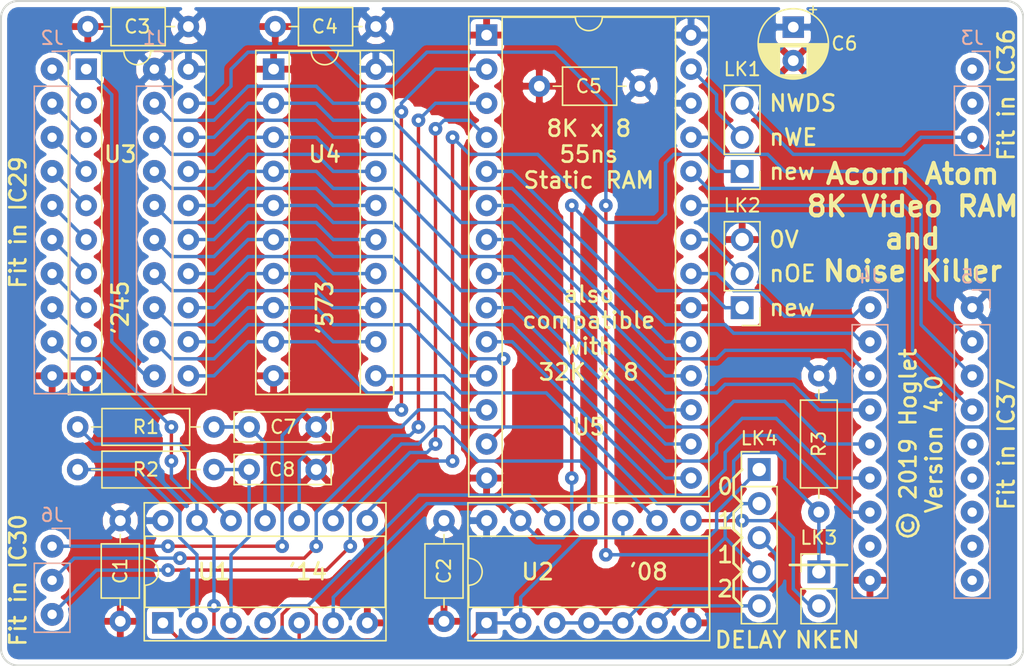
<source format=kicad_pcb>
(kicad_pcb (version 20171130) (host pcbnew 5.0.2-bee76a0~70~ubuntu16.04.1)
  (layers (0 F.Cu signal) (31 B.Cu signal) (34 B.Paste user) (35 F.Paste user) (36 B.SilkS user) (37 F.SilkS user) (38 B.Mask user) (39 F.Mask user) (44 Edge.Cuts user))
  (net 0 "")
  (net 1 GND)
  (net 2 VCC)
  (net 3 /LOAD)
  (net 4 /A12)
  (net 5 /A7)
  (net 6 /A6)
  (net 7 /A5)
  (net 8 /A4)
  (net 9 /A3)
  (net 10 /A2)
  (net 11 /A1)
  (net 12 /A0)
  (net 13 /RD0)
  (net 14 /RD1)
  (net 15 /RD2)
  (net 16 /RD3)
  (net 17 /RD4)
  (net 18 /RD5)
  (net 19 /RD6)
  (net 20 /RD7)
  (net 21 /A10)
  (net 22 /A11)
  (net 23 /A9)
  (net 24 /A8)
  (net 25 /NWE)
  (net 26 /VD7)
  (net 27 /VD6)
  (net 28 /VD5)
  (net 29 /VD4)
  (net 30 /VD3)
  (net 31 /VD2)
  (net 32 /VD1)
  (net 33 /VD0)
  (net 34 /NVDG)
  (net 35 /PD7)
  (net 36 /PD6)
  (net 37 /PD5)
  (net 38 /PD4)
  (net 39 /PD3)
  (net 40 /PD2)
  (net 41 /PD1)
  (net 42 /PD0)
  (net 43 /NDRS)
  (net 44 "Net-(U1-Pad4)")
  (net 45 "Net-(J3-Pad2)")
  (net 46 "Net-(J5-Pad5)")
  (net 47 "Net-(J5-Pad6)")
  (net 48 "Net-(J5-Pad7)")
  (net 49 "Net-(J5-Pad8)")
  (net 50 "Net-(J4-Pad8)")
  (net 51 "Net-(C7-Pad1)")
  (net 52 "Net-(J5-Pad9)")
  (net 53 "Net-(J3-Pad1)")
  (net 54 "Net-(C8-Pad1)")
  (net 55 "Net-(R1-Pad1)")
  (net 56 /RAMNWE)
  (net 57 /RAMNOE)
  (net 58 "Net-(U1-Pad10)")
  (net 59 "Net-(R2-Pad1)")
  (net 60 "Net-(LK1-Pad1)")
  (net 61 "Net-(LK2-Pad1)")
  (net 62 "Net-(LK3-Pad2)")
  (net 63 "Net-(U1-Pad9)")
  (net 64 "Net-(LK4-Pad2)")
  (net 65 "Net-(LK4-Pad3)")
  (net 66 "Net-(LK4-Pad5)")
  (module Connector_PinHeader_2.54mm:PinHeader_1x05_P2.54mm_Vertical (layer F.Cu) (at 205.74 140.335)
    (fp_text reference LK4 (at 0 -2.33) (layer F.SilkS))
    (fp_text value Conn_01x05)
    (pad 5 thru_hole oval (at 0 10.16) (size 1.7 1.7) (drill 1) (layers *.Cu *.Mask) (net 66 "Net-(LK4-Pad5)"))
    (pad 4 thru_hole oval (at 0 7.62) (size 1.7 1.7) (drill 1) (layers *.Cu *.Mask) (net 64 "Net-(LK4-Pad2)"))
    (pad 3 thru_hole oval (at 0 5.08) (size 1.7 1.7) (drill 1) (layers *.Cu *.Mask) (net 65 "Net-(LK4-Pad3)"))
    (pad 2 thru_hole oval (at 0 2.54) (size 1.7 1.7) (drill 1) (layers *.Cu *.Mask) (net 64 "Net-(LK4-Pad2)"))
    (pad 1 thru_hole rect (at 0 0) (size 1.7 1.7) (drill 1) (layers *.Cu *.Mask) (net 34 /NVDG))
  )
  (module Package_DIP:DIP-14_W7.62mm_Socket (layer F.Cu) (at 185.42 151.765 90)
    (fp_text reference U2 (at 3.81 3.81 180) (layer F.SilkS) (effects (font (size 1.2 1.2) (thickness 0.2))))
    (fp_text value 74HCT08)
    (pad 14 thru_hole oval (at 7.62 0 90) (size 1.6 1.6) (drill 0.8) (layers *.Cu *.Mask) (net 2 VCC))
    (pad 7 thru_hole oval (at 0 15.24 90) (size 1.6 1.6) (drill 0.8) (layers *.Cu *.Mask) (net 1 GND))
    (pad 13 thru_hole oval (at 7.62 2.54 90) (size 1.6 1.6) (drill 0.8) (layers *.Cu *.Mask) (net 61 "Net-(LK2-Pad1)"))
    (pad 6 thru_hole oval (at 0 12.7 90) (size 1.6 1.6) (drill 0.8) (layers *.Cu *.Mask) (net 66 "Net-(LK4-Pad5)"))
    (pad 12 thru_hole oval (at 7.62 5.08 90) (size 1.6 1.6) (drill 0.8) (layers *.Cu *.Mask) (net 44 "Net-(U1-Pad4)"))
    (pad 5 thru_hole oval (at 0 10.16 90) (size 1.6 1.6) (drill 0.8) (layers *.Cu *.Mask) (net 65 "Net-(LK4-Pad3)"))
    (pad 11 thru_hole oval (at 7.62 7.62 90) (size 1.6 1.6) (drill 0.8) (layers *.Cu *.Mask) (net 63 "Net-(U1-Pad9)"))
    (pad 4 thru_hole oval (at 0 7.62 90) (size 1.6 1.6) (drill 0.8) (layers *.Cu *.Mask) (net 65 "Net-(LK4-Pad3)"))
    (pad 10 thru_hole oval (at 7.62 10.16 90) (size 1.6 1.6) (drill 0.8) (layers *.Cu *.Mask) (net 34 /NVDG))
    (pad 3 thru_hole oval (at 0 5.08 90) (size 1.6 1.6) (drill 0.8) (layers *.Cu *.Mask) (net 65 "Net-(LK4-Pad3)"))
    (pad 9 thru_hole oval (at 7.62 12.7 90) (size 1.6 1.6) (drill 0.8) (layers *.Cu *.Mask) (net 58 "Net-(U1-Pad10)"))
    (pad 2 thru_hole oval (at 0 2.54 90) (size 1.6 1.6) (drill 0.8) (layers *.Cu *.Mask) (net 34 /NVDG))
    (pad 8 thru_hole oval (at 7.62 15.24 90) (size 1.6 1.6) (drill 0.8) (layers *.Cu *.Mask) (net 62 "Net-(LK3-Pad2)"))
    (pad 1 thru_hole rect (at 0 0 90) (size 1.6 1.6) (drill 0.8) (layers *.Cu *.Mask) (net 34 /NVDG))
  )
  (module Connector_PinHeader_2.54mm:PinHeader_1x02_P2.54mm_Vertical (layer F.Cu) (at 210.185 147.955)
    (fp_text reference LK3 (at 0 -2.54) (layer F.SilkS))
    (fp_text value Conn_01x02)
    (pad 2 thru_hole oval (at 0 2.54) (size 1.7 1.7) (drill 1) (layers *.Cu *.Mask) (net 62 "Net-(LK3-Pad2)"))
    (pad 1 thru_hole rect (at 0 0) (size 1.7 1.7) (drill 1) (layers *.Cu *.Mask) (net 3 /LOAD))
  )
  (module Connector_PinHeader_2.54mm:PinHeader_1x03_P2.54mm_Vertical (layer F.Cu) (at 204.47 128.27 180)
    (fp_text reference LK2 (at 0 7.62 180) (layer F.SilkS))
    (fp_text value Conn_01x03)
    (pad 3 thru_hole oval (at 0 5.08 180) (size 1.7 1.7) (drill 1) (layers *.Cu *.Mask) (net 1 GND))
    (pad 2 thru_hole oval (at 0 2.54 180) (size 1.7 1.7) (drill 1) (layers *.Cu *.Mask) (net 57 /RAMNOE))
    (pad 1 thru_hole rect (at 0 0 180) (size 1.7 1.7) (drill 1) (layers *.Cu *.Mask) (net 61 "Net-(LK2-Pad1)"))
  )
  (module Connector_PinHeader_2.54mm:PinHeader_1x03_P2.54mm_Vertical (layer F.Cu) (at 204.47 118.11 180)
    (fp_text reference LK1 (at 0 7.62 180) (layer F.SilkS))
    (fp_text value Conn_01x03)
    (pad 3 thru_hole oval (at 0 5.08 180) (size 1.7 1.7) (drill 1) (layers *.Cu *.Mask) (net 25 /NWE))
    (pad 2 thru_hole oval (at 0 2.54 180) (size 1.7 1.7) (drill 1) (layers *.Cu *.Mask) (net 56 /RAMNWE))
    (pad 1 thru_hole rect (at 0 0 180) (size 1.7 1.7) (drill 1) (layers *.Cu *.Mask) (net 60 "Net-(LK1-Pad1)"))
  )
  (module Capacitor_THT:C_Axial_L3.8mm_D2.6mm_P7.50mm_Horizontal (layer F.Cu) (at 182.245 144.145 270)
    (fp_text reference C2 (at 3.75 0 270) (layer F.SilkS))
    (fp_text value 100n)
    (pad 2 thru_hole oval (at 7.5 0 270) (size 1.6 1.6) (drill 0.8) (layers *.Cu *.Mask) (net 1 GND))
    (pad 1 thru_hole circle (at 0 0 270) (size 1.6 1.6) (drill 0.8) (layers *.Cu *.Mask) (net 2 VCC))
  )
  (module Package_DIP:DIP-14_W7.62mm_Socket (layer F.Cu) (at 161.29 151.765 90)
    (fp_text reference U1 (at 3.81 3.81 180) (layer F.SilkS) (effects (font (size 1.2 1.2) (thickness 0.2))))
    (fp_text value 74HCT14)
    (pad 14 thru_hole oval (at 7.62 0 90) (size 1.6 1.6) (drill 0.8) (layers *.Cu *.Mask) (net 2 VCC))
    (pad 7 thru_hole oval (at 0 15.24 90) (size 1.6 1.6) (drill 0.8) (layers *.Cu *.Mask) (net 1 GND))
    (pad 13 thru_hole oval (at 7.62 2.54 90) (size 1.6 1.6) (drill 0.8) (layers *.Cu *.Mask) (net 34 /NVDG))
    (pad 6 thru_hole oval (at 0 12.7 90) (size 1.6 1.6) (drill 0.8) (layers *.Cu *.Mask) (net 61 "Net-(LK2-Pad1)"))
    (pad 12 thru_hole oval (at 7.62 5.08 90) (size 1.6 1.6) (drill 0.8) (layers *.Cu *.Mask) (net 55 "Net-(R1-Pad1)"))
    (pad 5 thru_hole oval (at 0 10.16 90) (size 1.6 1.6) (drill 0.8) (layers *.Cu *.Mask) (net 25 /NWE))
    (pad 11 thru_hole oval (at 7.62 7.62 90) (size 1.6 1.6) (drill 0.8) (layers *.Cu *.Mask) (net 51 "Net-(C7-Pad1)"))
    (pad 4 thru_hole oval (at 0 7.62 90) (size 1.6 1.6) (drill 0.8) (layers *.Cu *.Mask) (net 44 "Net-(U1-Pad4)"))
    (pad 10 thru_hole oval (at 7.62 10.16 90) (size 1.6 1.6) (drill 0.8) (layers *.Cu *.Mask) (net 58 "Net-(U1-Pad10)"))
    (pad 3 thru_hole oval (at 0 5.08 90) (size 1.6 1.6) (drill 0.8) (layers *.Cu *.Mask) (net 54 "Net-(C8-Pad1)"))
    (pad 9 thru_hole oval (at 7.62 12.7 90) (size 1.6 1.6) (drill 0.8) (layers *.Cu *.Mask) (net 63 "Net-(U1-Pad9)"))
    (pad 2 thru_hole oval (at 0 2.54 90) (size 1.6 1.6) (drill 0.8) (layers *.Cu *.Mask) (net 59 "Net-(R2-Pad1)"))
    (pad 8 thru_hole oval (at 7.62 15.24 90) (size 1.6 1.6) (drill 0.8) (layers *.Cu *.Mask) (net 60 "Net-(LK1-Pad1)"))
    (pad 1 thru_hole rect (at 0 0 90) (size 1.6 1.6) (drill 0.8) (layers *.Cu *.Mask) (net 25 /NWE))
  )
  (module Capacitor_THT:C_Rect_L7.0mm_W2.0mm_P5.00mm (layer F.Cu) (at 167.72 140.335)
    (fp_text reference C8 (at 2.46 0) (layer F.SilkS))
    (fp_text value 100p)
    (pad 2 thru_hole circle (at 5 0) (size 1.6 1.6) (drill 0.8) (layers *.Cu *.Mask) (net 1 GND))
    (pad 1 thru_hole circle (at 0 0) (size 1.6 1.6) (drill 0.8) (layers *.Cu *.Mask) (net 54 "Net-(C8-Pad1)"))
  )
  (module footprints:FinePinHeader_1x03_P2.54mm_Vertical (layer B.Cu) (at 221.615 110.49 180)
    (fp_text reference J3 (at 0 2.33 180) (layer B.SilkS) (effects (justify mirror)))
    (fp_text value Conn_01x03)
    (pad 3 thru_hole oval (at 0 -5.08 180) (size 1.7 1.7) (drill 0.7) (layers *.Cu *.Mask) (net 25 /NWE))
    (pad 2 thru_hole oval (at 0 -2.54 180) (size 1.7 1.7) (drill 0.7) (layers *.Cu *.Mask) (net 45 "Net-(J3-Pad2)"))
    (pad 1 thru_hole circle (at 0 0 180) (size 1.7 1.7) (drill 0.7) (layers *.Cu *.Mask) (net 53 "Net-(J3-Pad1)"))
  )
  (module Capacitor_THT:C_Axial_L3.8mm_D2.6mm_P7.50mm_Horizontal (layer F.Cu) (at 158.115 144.145 270)
    (fp_text reference C1 (at 3.75 0 270) (layer F.SilkS))
    (fp_text value 100n)
    (pad 2 thru_hole oval (at 7.5 0 270) (size 1.6 1.6) (drill 0.8) (layers *.Cu *.Mask) (net 1 GND))
    (pad 1 thru_hole circle (at 0 0 270) (size 1.6 1.6) (drill 0.8) (layers *.Cu *.Mask) (net 2 VCC))
  )
  (module Capacitor_THT:C_Axial_L3.8mm_D2.6mm_P7.50mm_Horizontal (layer F.Cu) (at 163.195 107.315 180)
    (fp_text reference C3 (at 3.81 0 180) (layer F.SilkS))
    (fp_text value 100n)
    (pad 2 thru_hole oval (at 7.5 0 180) (size 1.6 1.6) (drill 0.8) (layers *.Cu *.Mask) (net 1 GND))
    (pad 1 thru_hole circle (at 0 0 180) (size 1.6 1.6) (drill 0.8) (layers *.Cu *.Mask) (net 2 VCC))
  )
  (module Capacitor_THT:C_Axial_L3.8mm_D2.6mm_P7.50mm_Horizontal (layer F.Cu) (at 177.165 107.315 180)
    (fp_text reference C4 (at 3.81 0 180) (layer F.SilkS))
    (fp_text value 100n)
    (pad 2 thru_hole oval (at 7.5 0 180) (size 1.6 1.6) (drill 0.8) (layers *.Cu *.Mask) (net 1 GND))
    (pad 1 thru_hole circle (at 0 0 180) (size 1.6 1.6) (drill 0.8) (layers *.Cu *.Mask) (net 2 VCC))
  )
  (module Capacitor_THT:C_Axial_L3.8mm_D2.6mm_P7.50mm_Horizontal (layer F.Cu) (at 196.85 111.76 180)
    (fp_text reference C5 (at 3.81 0 180) (layer F.SilkS))
    (fp_text value 100n)
    (pad 2 thru_hole oval (at 7.5 0 180) (size 1.6 1.6) (drill 0.8) (layers *.Cu *.Mask) (net 1 GND))
    (pad 1 thru_hole circle (at 0 0 180) (size 1.6 1.6) (drill 0.8) (layers *.Cu *.Mask) (net 2 VCC))
  )
  (module Package_DIP:DIP-28_W15.24mm_Socket (layer F.Cu) (at 185.42 107.95)
    (fp_text reference U5 (at 7.62 29.21) (layer F.SilkS) (effects (font (size 1.2 1.2) (thickness 0.2))))
    (fp_text value "8Kx8 SRAM")
    (pad 28 thru_hole oval (at 15.24 0) (size 1.6 1.6) (drill 0.8) (layers *.Cu *.Mask) (net 2 VCC))
    (pad 14 thru_hole oval (at 0 33.02) (size 1.6 1.6) (drill 0.8) (layers *.Cu *.Mask) (net 1 GND))
    (pad 27 thru_hole oval (at 15.24 2.54) (size 1.6 1.6) (drill 0.8) (layers *.Cu *.Mask) (net 56 /RAMNWE))
    (pad 13 thru_hole oval (at 0 30.48) (size 1.6 1.6) (drill 0.8) (layers *.Cu *.Mask) (net 18 /RD5))
    (pad 26 thru_hole oval (at 15.24 5.08) (size 1.6 1.6) (drill 0.8) (layers *.Cu *.Mask) (net 2 VCC))
    (pad 12 thru_hole oval (at 0 27.94) (size 1.6 1.6) (drill 0.8) (layers *.Cu *.Mask) (net 20 /RD7))
    (pad 25 thru_hole oval (at 15.24 7.62) (size 1.6 1.6) (drill 0.8) (layers *.Cu *.Mask) (net 5 /A7))
    (pad 11 thru_hole oval (at 0 25.4) (size 1.6 1.6) (drill 0.8) (layers *.Cu *.Mask) (net 19 /RD6))
    (pad 24 thru_hole oval (at 15.24 10.16) (size 1.6 1.6) (drill 0.8) (layers *.Cu *.Mask) (net 24 /A8))
    (pad 10 thru_hole oval (at 0 22.86) (size 1.6 1.6) (drill 0.8) (layers *.Cu *.Mask) (net 10 /A2))
    (pad 23 thru_hole oval (at 15.24 12.7) (size 1.6 1.6) (drill 0.8) (layers *.Cu *.Mask) (net 23 /A9))
    (pad 9 thru_hole oval (at 0 20.32) (size 1.6 1.6) (drill 0.8) (layers *.Cu *.Mask) (net 11 /A1))
    (pad 22 thru_hole oval (at 15.24 15.24) (size 1.6 1.6) (drill 0.8) (layers *.Cu *.Mask) (net 57 /RAMNOE))
    (pad 8 thru_hole oval (at 0 17.78) (size 1.6 1.6) (drill 0.8) (layers *.Cu *.Mask) (net 12 /A0))
    (pad 21 thru_hole oval (at 15.24 17.78) (size 1.6 1.6) (drill 0.8) (layers *.Cu *.Mask) (net 6 /A6))
    (pad 7 thru_hole oval (at 0 15.24) (size 1.6 1.6) (drill 0.8) (layers *.Cu *.Mask) (net 9 /A3))
    (pad 20 thru_hole oval (at 15.24 20.32) (size 1.6 1.6) (drill 0.8) (layers *.Cu *.Mask) (net 1 GND))
    (pad 6 thru_hole oval (at 0 12.7) (size 1.6 1.6) (drill 0.8) (layers *.Cu *.Mask) (net 8 /A4))
    (pad 19 thru_hole oval (at 15.24 22.86) (size 1.6 1.6) (drill 0.8) (layers *.Cu *.Mask) (net 13 /RD0))
    (pad 5 thru_hole oval (at 0 10.16) (size 1.6 1.6) (drill 0.8) (layers *.Cu *.Mask) (net 7 /A5))
    (pad 18 thru_hole oval (at 15.24 25.4) (size 1.6 1.6) (drill 0.8) (layers *.Cu *.Mask) (net 14 /RD1))
    (pad 4 thru_hole oval (at 0 7.62) (size 1.6 1.6) (drill 0.8) (layers *.Cu *.Mask) (net 4 /A12))
    (pad 17 thru_hole oval (at 15.24 27.94) (size 1.6 1.6) (drill 0.8) (layers *.Cu *.Mask) (net 15 /RD2))
    (pad 3 thru_hole oval (at 0 5.08) (size 1.6 1.6) (drill 0.8) (layers *.Cu *.Mask) (net 22 /A11))
    (pad 16 thru_hole oval (at 15.24 30.48) (size 1.6 1.6) (drill 0.8) (layers *.Cu *.Mask) (net 16 /RD3))
    (pad 2 thru_hole oval (at 0 2.54) (size 1.6 1.6) (drill 0.8) (layers *.Cu *.Mask) (net 21 /A10))
    (pad 15 thru_hole oval (at 15.24 33.02) (size 1.6 1.6) (drill 0.8) (layers *.Cu *.Mask) (net 17 /RD4))
    (pad 1 thru_hole rect (at 0 0) (size 1.6 1.6) (drill 0.8) (layers *.Cu *.Mask) (net 1 GND))
  )
  (module footprints:FinePinHeader_1x10_P2.54mm_Vertical (layer B.Cu) (at 160.655 110.49 180)
    (fp_text reference J1 (at 0 2.33 180) (layer B.SilkS) (effects (justify mirror)))
    (fp_text value Conn_01x10)
    (pad 10 thru_hole oval (at 0 -22.86 180) (size 1.7 1.7) (drill 0.7) (layers *.Cu *.Mask) (net 43 /NDRS))
    (pad 9 thru_hole oval (at 0 -20.32 180) (size 1.7 1.7) (drill 0.7) (layers *.Cu *.Mask) (net 26 /VD7))
    (pad 8 thru_hole oval (at 0 -17.78 180) (size 1.7 1.7) (drill 0.7) (layers *.Cu *.Mask) (net 27 /VD6))
    (pad 7 thru_hole oval (at 0 -15.24 180) (size 1.7 1.7) (drill 0.7) (layers *.Cu *.Mask) (net 28 /VD5))
    (pad 6 thru_hole oval (at 0 -12.7 180) (size 1.7 1.7) (drill 0.7) (layers *.Cu *.Mask) (net 29 /VD4))
    (pad 5 thru_hole oval (at 0 -10.16 180) (size 1.7 1.7) (drill 0.7) (layers *.Cu *.Mask) (net 30 /VD3))
    (pad 4 thru_hole oval (at 0 -7.62 180) (size 1.7 1.7) (drill 0.7) (layers *.Cu *.Mask) (net 31 /VD2))
    (pad 3 thru_hole oval (at 0 -5.08 180) (size 1.7 1.7) (drill 0.7) (layers *.Cu *.Mask) (net 32 /VD1))
    (pad 2 thru_hole oval (at 0 -2.54 180) (size 1.7 1.7) (drill 0.7) (layers *.Cu *.Mask) (net 33 /VD0))
    (pad 1 thru_hole circle (at 0 0 180) (size 1.7 1.7) (drill 0.7) (layers *.Cu *.Mask) (net 2 VCC))
  )
  (module footprints:FinePinHeader_1x03_P2.54mm_Vertical (layer B.Cu) (at 153.035 146.05 180)
    (fp_text reference J6 (at 0 2.33 180) (layer B.SilkS) (effects (justify mirror)))
    (fp_text value Conn_01x03)
    (pad 3 thru_hole oval (at 0 -5.08 180) (size 1.7 1.7) (drill 0.7) (layers *.Cu *.Mask) (net 4 /A12))
    (pad 2 thru_hole oval (at 0 -2.54 180) (size 1.7 1.7) (drill 0.7) (layers *.Cu *.Mask) (net 22 /A11))
    (pad 1 thru_hole circle (at 0 0 180) (size 1.7 1.7) (drill 0.7) (layers *.Cu *.Mask) (net 21 /A10))
  )
  (module footprints:FinePinHeader_1x09_P2.54mm_Vertical (layer B.Cu) (at 213.995 128.27 180)
    (fp_text reference J4 (at 0 2.33 180) (layer B.SilkS) (effects (justify mirror)))
    (fp_text value Conn_01x09)
    (pad 9 thru_hole oval (at 0 -20.32 180) (size 1.7 1.7) (drill 0.7) (layers *.Cu *.Mask) (net 1 GND))
    (pad 8 thru_hole oval (at 0 -17.78 180) (size 1.7 1.7) (drill 0.7) (layers *.Cu *.Mask) (net 50 "Net-(J4-Pad8)"))
    (pad 7 thru_hole oval (at 0 -15.24 180) (size 1.7 1.7) (drill 0.7) (layers *.Cu *.Mask) (net 10 /A2))
    (pad 6 thru_hole oval (at 0 -12.7 180) (size 1.7 1.7) (drill 0.7) (layers *.Cu *.Mask) (net 11 /A1))
    (pad 5 thru_hole oval (at 0 -10.16 180) (size 1.7 1.7) (drill 0.7) (layers *.Cu *.Mask) (net 12 /A0))
    (pad 4 thru_hole oval (at 0 -7.62 180) (size 1.7 1.7) (drill 0.7) (layers *.Cu *.Mask) (net 9 /A3))
    (pad 3 thru_hole oval (at 0 -5.08 180) (size 1.7 1.7) (drill 0.7) (layers *.Cu *.Mask) (net 8 /A4))
    (pad 2 thru_hole oval (at 0 -2.54 180) (size 1.7 1.7) (drill 0.7) (layers *.Cu *.Mask) (net 7 /A5))
    (pad 1 thru_hole circle (at 0 0 180) (size 1.7 1.7) (drill 0.7) (layers *.Cu *.Mask) (net 6 /A6))
  )
  (module footprints:FinePinHeader_1x09_P2.54mm_Vertical (layer B.Cu) (at 221.615 128.27 180)
    (fp_text reference J5 (at 0 2.33 180) (layer B.SilkS) (effects (justify mirror)))
    (fp_text value Conn_01x09)
    (pad 9 thru_hole oval (at 0 -20.32 180) (size 1.7 1.7) (drill 0.7) (layers *.Cu *.Mask) (net 52 "Net-(J5-Pad9)"))
    (pad 8 thru_hole oval (at 0 -17.78 180) (size 1.7 1.7) (drill 0.7) (layers *.Cu *.Mask) (net 49 "Net-(J5-Pad8)"))
    (pad 7 thru_hole oval (at 0 -15.24 180) (size 1.7 1.7) (drill 0.7) (layers *.Cu *.Mask) (net 48 "Net-(J5-Pad7)"))
    (pad 6 thru_hole oval (at 0 -12.7 180) (size 1.7 1.7) (drill 0.7) (layers *.Cu *.Mask) (net 47 "Net-(J5-Pad6)"))
    (pad 5 thru_hole oval (at 0 -10.16 180) (size 1.7 1.7) (drill 0.7) (layers *.Cu *.Mask) (net 46 "Net-(J5-Pad5)"))
    (pad 4 thru_hole oval (at 0 -7.62 180) (size 1.7 1.7) (drill 0.7) (layers *.Cu *.Mask) (net 23 /A9))
    (pad 3 thru_hole oval (at 0 -5.08 180) (size 1.7 1.7) (drill 0.7) (layers *.Cu *.Mask) (net 24 /A8))
    (pad 2 thru_hole oval (at 0 -2.54 180) (size 1.7 1.7) (drill 0.7) (layers *.Cu *.Mask) (net 5 /A7))
    (pad 1 thru_hole circle (at 0 0 180) (size 1.7 1.7) (drill 0.7) (layers *.Cu *.Mask) (net 2 VCC))
  )
  (module footprints:FinePinHeader_1x10_P2.54mm_Vertical (layer B.Cu) (at 153.035 110.49 180)
    (fp_text reference J2 (at 0 2.33 180) (layer B.SilkS) (effects (justify mirror)))
    (fp_text value Conn_01x10)
    (pad 10 thru_hole oval (at 0 -22.86 180) (size 1.7 1.7) (drill 0.7) (layers *.Cu *.Mask) (net 1 GND))
    (pad 9 thru_hole oval (at 0 -20.32 180) (size 1.7 1.7) (drill 0.7) (layers *.Cu *.Mask) (net 34 /NVDG))
    (pad 8 thru_hole oval (at 0 -17.78 180) (size 1.7 1.7) (drill 0.7) (layers *.Cu *.Mask) (net 35 /PD7))
    (pad 7 thru_hole oval (at 0 -15.24 180) (size 1.7 1.7) (drill 0.7) (layers *.Cu *.Mask) (net 36 /PD6))
    (pad 6 thru_hole oval (at 0 -12.7 180) (size 1.7 1.7) (drill 0.7) (layers *.Cu *.Mask) (net 37 /PD5))
    (pad 5 thru_hole oval (at 0 -10.16 180) (size 1.7 1.7) (drill 0.7) (layers *.Cu *.Mask) (net 38 /PD4))
    (pad 4 thru_hole oval (at 0 -7.62 180) (size 1.7 1.7) (drill 0.7) (layers *.Cu *.Mask) (net 39 /PD3))
    (pad 3 thru_hole oval (at 0 -5.08 180) (size 1.7 1.7) (drill 0.7) (layers *.Cu *.Mask) (net 40 /PD2))
    (pad 2 thru_hole oval (at 0 -2.54 180) (size 1.7 1.7) (drill 0.7) (layers *.Cu *.Mask) (net 41 /PD1))
    (pad 1 thru_hole circle (at 0 0 180) (size 1.7 1.7) (drill 0.7) (layers *.Cu *.Mask) (net 42 /PD0))
  )
  (module Capacitor_THT:CP_Radial_D5.0mm_P2.50mm (layer F.Cu) (at 208.28 107.355 270)
    (fp_text reference C6 (at 1.23 -3.81) (layer F.SilkS))
    (fp_text value 10u)
    (pad 2 thru_hole circle (at 2.5 0 270) (size 1.6 1.6) (drill 0.8) (layers *.Cu *.Mask) (net 1 GND))
    (pad 1 thru_hole rect (at 0 0 270) (size 1.6 1.6) (drill 0.8) (layers *.Cu *.Mask) (net 2 VCC))
  )
  (module Capacitor_THT:C_Rect_L7.0mm_W2.0mm_P5.00mm (layer F.Cu) (at 167.72 137.16)
    (fp_text reference C7 (at 2.54 0) (layer F.SilkS))
    (fp_text value 100p)
    (pad 2 thru_hole circle (at 5 0) (size 1.6 1.6) (drill 0.8) (layers *.Cu *.Mask) (net 1 GND))
    (pad 1 thru_hole circle (at 0 0) (size 1.6 1.6) (drill 0.8) (layers *.Cu *.Mask) (net 51 "Net-(C7-Pad1)"))
  )
  (module Package_DIP:DIP-20_W7.62mm_Socket (layer F.Cu) (at 155.575 110.49)
    (fp_text reference U3 (at 2.54 6.35) (layer F.SilkS) (effects (font (size 1.2 1.2) (thickness 0.2))))
    (fp_text value 74HCT245)
    (pad 20 thru_hole oval (at 7.62 0) (size 1.6 1.6) (drill 0.8) (layers *.Cu *.Mask) (net 2 VCC))
    (pad 10 thru_hole oval (at 0 22.86) (size 1.6 1.6) (drill 0.8) (layers *.Cu *.Mask) (net 1 GND))
    (pad 19 thru_hole oval (at 7.62 2.54) (size 1.6 1.6) (drill 0.8) (layers *.Cu *.Mask) (net 64 "Net-(LK4-Pad2)"))
    (pad 9 thru_hole oval (at 0 20.32) (size 1.6 1.6) (drill 0.8) (layers *.Cu *.Mask) (net 35 /PD7))
    (pad 18 thru_hole oval (at 7.62 5.08) (size 1.6 1.6) (drill 0.8) (layers *.Cu *.Mask) (net 13 /RD0))
    (pad 8 thru_hole oval (at 0 17.78) (size 1.6 1.6) (drill 0.8) (layers *.Cu *.Mask) (net 36 /PD6))
    (pad 17 thru_hole oval (at 7.62 7.62) (size 1.6 1.6) (drill 0.8) (layers *.Cu *.Mask) (net 14 /RD1))
    (pad 7 thru_hole oval (at 0 15.24) (size 1.6 1.6) (drill 0.8) (layers *.Cu *.Mask) (net 37 /PD5))
    (pad 16 thru_hole oval (at 7.62 10.16) (size 1.6 1.6) (drill 0.8) (layers *.Cu *.Mask) (net 15 /RD2))
    (pad 6 thru_hole oval (at 0 12.7) (size 1.6 1.6) (drill 0.8) (layers *.Cu *.Mask) (net 38 /PD4))
    (pad 15 thru_hole oval (at 7.62 12.7) (size 1.6 1.6) (drill 0.8) (layers *.Cu *.Mask) (net 16 /RD3))
    (pad 5 thru_hole oval (at 0 10.16) (size 1.6 1.6) (drill 0.8) (layers *.Cu *.Mask) (net 39 /PD3))
    (pad 14 thru_hole oval (at 7.62 15.24) (size 1.6 1.6) (drill 0.8) (layers *.Cu *.Mask) (net 17 /RD4))
    (pad 4 thru_hole oval (at 0 7.62) (size 1.6 1.6) (drill 0.8) (layers *.Cu *.Mask) (net 40 /PD2))
    (pad 13 thru_hole oval (at 7.62 17.78) (size 1.6 1.6) (drill 0.8) (layers *.Cu *.Mask) (net 18 /RD5))
    (pad 3 thru_hole oval (at 0 5.08) (size 1.6 1.6) (drill 0.8) (layers *.Cu *.Mask) (net 41 /PD1))
    (pad 12 thru_hole oval (at 7.62 20.32) (size 1.6 1.6) (drill 0.8) (layers *.Cu *.Mask) (net 19 /RD6))
    (pad 2 thru_hole oval (at 0 2.54) (size 1.6 1.6) (drill 0.8) (layers *.Cu *.Mask) (net 42 /PD0))
    (pad 11 thru_hole oval (at 7.62 22.86) (size 1.6 1.6) (drill 0.8) (layers *.Cu *.Mask) (net 20 /RD7))
    (pad 1 thru_hole rect (at 0 0) (size 1.6 1.6) (drill 0.8) (layers *.Cu *.Mask) (net 43 /NDRS))
  )
  (module Package_DIP:DIP-20_W7.62mm_Socket (layer F.Cu) (at 169.545 110.49)
    (fp_text reference U4 (at 3.81 6.35 180) (layer F.SilkS) (effects (font (size 1.2 1.2) (thickness 0.2))))
    (fp_text value 74HCT573)
    (pad 20 thru_hole oval (at 7.62 0) (size 1.6 1.6) (drill 0.8) (layers *.Cu *.Mask) (net 2 VCC))
    (pad 10 thru_hole oval (at 0 22.86) (size 1.6 1.6) (drill 0.8) (layers *.Cu *.Mask) (net 1 GND))
    (pad 19 thru_hole oval (at 7.62 2.54) (size 1.6 1.6) (drill 0.8) (layers *.Cu *.Mask) (net 33 /VD0))
    (pad 9 thru_hole oval (at 0 20.32) (size 1.6 1.6) (drill 0.8) (layers *.Cu *.Mask) (net 20 /RD7))
    (pad 18 thru_hole oval (at 7.62 5.08) (size 1.6 1.6) (drill 0.8) (layers *.Cu *.Mask) (net 32 /VD1))
    (pad 8 thru_hole oval (at 0 17.78) (size 1.6 1.6) (drill 0.8) (layers *.Cu *.Mask) (net 19 /RD6))
    (pad 17 thru_hole oval (at 7.62 7.62) (size 1.6 1.6) (drill 0.8) (layers *.Cu *.Mask) (net 31 /VD2))
    (pad 7 thru_hole oval (at 0 15.24) (size 1.6 1.6) (drill 0.8) (layers *.Cu *.Mask) (net 18 /RD5))
    (pad 16 thru_hole oval (at 7.62 10.16) (size 1.6 1.6) (drill 0.8) (layers *.Cu *.Mask) (net 30 /VD3))
    (pad 6 thru_hole oval (at 0 12.7) (size 1.6 1.6) (drill 0.8) (layers *.Cu *.Mask) (net 17 /RD4))
    (pad 15 thru_hole oval (at 7.62 12.7) (size 1.6 1.6) (drill 0.8) (layers *.Cu *.Mask) (net 29 /VD4))
    (pad 5 thru_hole oval (at 0 10.16) (size 1.6 1.6) (drill 0.8) (layers *.Cu *.Mask) (net 16 /RD3))
    (pad 14 thru_hole oval (at 7.62 15.24) (size 1.6 1.6) (drill 0.8) (layers *.Cu *.Mask) (net 28 /VD5))
    (pad 4 thru_hole oval (at 0 7.62) (size 1.6 1.6) (drill 0.8) (layers *.Cu *.Mask) (net 15 /RD2))
    (pad 13 thru_hole oval (at 7.62 17.78) (size 1.6 1.6) (drill 0.8) (layers *.Cu *.Mask) (net 27 /VD6))
    (pad 3 thru_hole oval (at 0 5.08) (size 1.6 1.6) (drill 0.8) (layers *.Cu *.Mask) (net 14 /RD1))
    (pad 12 thru_hole oval (at 7.62 20.32) (size 1.6 1.6) (drill 0.8) (layers *.Cu *.Mask) (net 26 /VD7))
    (pad 2 thru_hole oval (at 0 2.54) (size 1.6 1.6) (drill 0.8) (layers *.Cu *.Mask) (net 13 /RD0))
    (pad 11 thru_hole oval (at 7.62 22.86) (size 1.6 1.6) (drill 0.8) (layers *.Cu *.Mask) (net 3 /LOAD))
    (pad 1 thru_hole rect (at 0 0) (size 1.6 1.6) (drill 0.8) (layers *.Cu *.Mask) (net 1 GND))
  )
  (module Resistor_THT:R_Axial_DIN0207_L6.3mm_D2.5mm_P10.16mm_Horizontal (layer F.Cu) (at 210.185 133.35 270)
    (fp_text reference R3 (at 5.08 0 270) (layer F.SilkS))
    (fp_text value 10K)
    (pad 2 thru_hole oval (at 10.16 0 270) (size 1.6 1.6) (drill 0.8) (layers *.Cu *.Mask) (net 3 /LOAD))
    (pad 1 thru_hole circle (at 0 0 270) (size 1.6 1.6) (drill 0.8) (layers *.Cu *.Mask) (net 2 VCC))
  )
  (module Resistor_THT:R_Axial_DIN0207_L6.3mm_D2.5mm_P10.16mm_Horizontal (layer F.Cu) (at 154.94 137.16)
    (fp_text reference R1 (at 5.08 0) (layer F.SilkS))
    (fp_text value 270R)
    (pad 2 thru_hole oval (at 10.16 0) (size 1.6 1.6) (drill 0.8) (layers *.Cu *.Mask) (net 51 "Net-(C7-Pad1)"))
    (pad 1 thru_hole circle (at 0 0) (size 1.6 1.6) (drill 0.8) (layers *.Cu *.Mask) (net 55 "Net-(R1-Pad1)"))
  )
  (module Resistor_THT:R_Axial_DIN0207_L6.3mm_D2.5mm_P10.16mm_Horizontal (layer F.Cu) (at 154.94 140.335)
    (fp_text reference R2 (at 5.08 0) (layer F.SilkS))
    (fp_text value 1K0)
    (pad 2 thru_hole oval (at 10.16 0) (size 1.6 1.6) (drill 0.8) (layers *.Cu *.Mask) (net 54 "Net-(C8-Pad1)"))
    (pad 1 thru_hole circle (at 0 0) (size 1.6 1.6) (drill 0.8) (layers *.Cu *.Mask) (net 59 "Net-(R2-Pad1)"))
  )
  (gr_line (start 203.835 149.86) (end 204.47 150.495) (layer F.SilkS) (width 0.2))
  (gr_line (start 203.835 148.59) (end 203.835 149.86) (layer F.SilkS) (width 0.2))
  (gr_line (start 204.47 147.955) (end 203.835 148.59) (layer F.SilkS) (width 0.2))
  (gr_line (start 203.835 147.32) (end 204.47 147.955) (layer F.SilkS) (width 0.2))
  (gr_line (start 203.835 146.05) (end 203.835 147.32) (layer F.SilkS) (width 0.2))
  (gr_line (start 204.47 145.415) (end 203.835 146.05) (layer F.SilkS) (width 0.2))
  (gr_line (start 203.835 144.78) (end 204.47 145.415) (layer F.SilkS) (width 0.2))
  (gr_line (start 203.835 143.51) (end 203.835 144.78) (layer F.SilkS) (width 0.2))
  (gr_line (start 204.47 142.875) (end 203.835 143.51) (layer F.SilkS) (width 0.2))
  (gr_line (start 203.835 142.24) (end 204.47 142.875) (layer F.SilkS) (width 0.2))
  (gr_line (start 203.835 140.97) (end 203.835 142.24) (layer F.SilkS) (width 0.2))
  (gr_line (start 204.47 140.335) (end 203.835 140.97) (layer F.SilkS) (width 0.2))
  (gr_text '08 (at 197.485 147.955) (layer F.SilkS) (effects (font (size 1.2 1.2) (thickness 0.2))))
  (gr_text 2 (at 203.2 149.225) (layer F.SilkS) (effects (font (size 1.2 1.2) (thickness 0.2))))
  (gr_text 0 (at 203.2 141.605) (layer F.SilkS) (effects (font (size 1.2 1.2) (thickness 0.2))))
  (gr_text 1 (at 203.2 144.145) (layer F.SilkS) (effects (font (size 1.2 1.2) (thickness 0.2))))
  (gr_text 1 (at 203.2 146.685) (layer F.SilkS) (effects (font (size 1.2 1.2) (thickness 0.2))))
  (gr_text DELAY (at 205.105 153.035) (layer F.SilkS) (effects (font (size 1.2 1.2) (thickness 0.2))))
  (gr_text "© 2019 Hoglet\nVersion 4.0" (at 217.805 138.43 90) (layer F.SilkS) (effects (font (size 1.2 1.2) (thickness 0.2))))
  (gr_text "also\ncompatible\nwith\n32K x 8" (at 193.04 130.175) (layer F.SilkS) (effects (font (size 1.2 1.2) (thickness 0.2))))
  (gr_text new (at 206.375 118.11) (layer F.SilkS) (effects (font (size 1.2 1.2) (thickness 0.2)) (justify left)))
  (gr_text new (at 206.375 128.27) (layer F.SilkS) (effects (font (size 1.2 1.2) (thickness 0.2)) (justify left)))
  (gr_text 0V (at 206.375 123.19) (layer F.SilkS) (effects (font (size 1.2 1.2) (thickness 0.2)) (justify left)))
  (gr_text NWDS (at 206.375 113.03) (layer F.SilkS) (effects (font (size 1.2 1.2) (thickness 0.2)) (justify left)))
  (gr_text nOE (at 206.375 125.73) (layer F.SilkS) (effects (font (size 1.2 1.2) (thickness 0.2)) (justify left)))
  (gr_text nWE (at 206.375 115.57) (layer F.SilkS) (effects (font (size 1.2 1.2) (thickness 0.2)) (justify left)))
  (gr_text "8K x 8\n55ns\nStatic RAM" (at 193.04 116.84) (layer F.SilkS) (effects (font (size 1.2 1.2) (thickness 0.2))))
  (gr_line (start 208.026 147.447) (end 212.2932 147.447) (layer F.SilkS) (width 0.2))
  (gr_text '14 (at 172.085 147.955) (layer F.SilkS) (effects (font (size 1.2 1.2) (thickness 0.2))))
  (gr_text '573 (at 173.355 128.27 90) (layer F.SilkS) (effects (font (size 1.2 1.2) (thickness 0.2))))
  (gr_text '245 (at 158.115 128.27 90) (layer F.SilkS) (effects (font (size 1.2 1.2) (thickness 0.2))))
  (gr_text "Fit in IC37" (at 224.155 138.43 90) (layer F.SilkS) (effects (font (size 1.2 1.2) (thickness 0.2))))
  (gr_text "Fit in IC36" (at 224.155 112.395 90) (layer F.SilkS) (effects (font (size 1.2 1.2) (thickness 0.2))))
  (gr_text NKEN (at 210.82 153.035) (layer F.SilkS) (effects (font (size 1.2 1.2) (thickness 0.2))))
  (gr_text "Fit in IC30" (at 150.495 148.59 90) (layer F.SilkS) (effects (font (size 1.2 1.2) (thickness 0.2))))
  (gr_text "Fit in IC29" (at 150.495 121.92 90) (layer F.SilkS) (effects (font (size 1.2 1.2) (thickness 0.2))))
  (gr_text "Acorn Atom\n8K Video RAM\nand\nNoise Killer" (at 217.17 121.92) (layer F.SilkS) (effects (font (size 1.5 1.5) (thickness 0.3))))
  (gr_arc (start 224.155 153.67) (end 224.155 154.94) (angle -90) (layer Edge.Cuts) (width 0.15))
  (gr_arc (start 150.495 153.67) (end 149.225 153.67) (angle -90) (layer Edge.Cuts) (width 0.15))
  (gr_arc (start 224.155 106.68) (end 225.425 106.68) (angle -90) (layer Edge.Cuts) (width 0.15))
  (gr_arc (start 150.495 106.68) (end 150.495 105.41) (angle -90) (layer Edge.Cuts) (width 0.15))
  (gr_line (start 224.155 154.94) (end 150.495 154.94) (layer Edge.Cuts) (width 0.15))
  (gr_line (start 225.425 106.68) (end 225.425 153.67) (layer Edge.Cuts) (width 0.15))
  (gr_line (start 150.495 105.41) (end 224.155 105.41) (layer Edge.Cuts) (width 0.15))
  (gr_line (start 149.225 106.68) (end 149.225 153.67) (layer Edge.Cuts) (width 0.15))
  (segment (start 222.885 129.54) (end 221.615 128.27) (width 0.254) (layer B.Cu) (net 2))
  (segment (start 222.885 137.16) (end 222.885 129.54) (width 0.254) (layer B.Cu) (net 2))
  (segment (start 211.455 134.62) (end 215.265 134.62) (width 0.254) (layer B.Cu) (net 2))
  (segment (start 210.185 133.35) (end 211.455 134.62) (width 0.254) (layer B.Cu) (net 2))
  (segment (start 215.265 134.62) (end 217.805 137.16) (width 0.254) (layer B.Cu) (net 2))
  (segment (start 217.805 137.16) (end 222.885 137.16) (width 0.254) (layer B.Cu) (net 2))
  (segment (start 210.185 147.955) (end 210.185 143.51) (width 0.254) (layer B.Cu) (net 3))
  (segment (start 182.245 133.35) (end 177.165 133.35) (width 0.254) (layer B.Cu) (net 3))
  (segment (start 183.515 134.62) (end 182.245 133.35) (width 0.254) (layer B.Cu) (net 3))
  (segment (start 189.865 134.62) (end 183.515 134.62) (width 0.254) (layer B.Cu) (net 3))
  (segment (start 198.096244 142.851244) (end 189.865 134.62) (width 0.254) (layer B.Cu) (net 3))
  (segment (start 204.47 139.065) (end 207.01 139.065) (width 0.254) (layer B.Cu) (net 3))
  (segment (start 198.12 142.875) (end 201.93 142.875) (width 0.254) (layer B.Cu) (net 3))
  (segment (start 201.93 142.875) (end 203.835 140.97) (width 0.254) (layer B.Cu) (net 3))
  (segment (start 203.835 140.97) (end 203.835 139.7) (width 0.254) (layer B.Cu) (net 3))
  (segment (start 203.835 139.7) (end 204.47 139.065) (width 0.254) (layer B.Cu) (net 3))
  (segment (start 210.185 143.51) (end 207.645 140.97) (width 0.254) (layer B.Cu) (net 3))
  (segment (start 207.645 140.97) (end 207.645 139.7) (width 0.254) (layer B.Cu) (net 3))
  (segment (start 207.01 139.065) (end 207.645 139.7) (width 0.254) (layer B.Cu) (net 3))
  (via (at 161.671 147.828) (size 1.016) (drill 0.4064) (layers F.Cu B.Cu) (net 4))
  (segment (start 156.337 147.828) (end 153.035 151.13) (width 0.254) (layer B.Cu) (net 4))
  (segment (start 161.671 147.828) (end 156.337 147.828) (width 0.254) (layer B.Cu) (net 4))
  (via (at 181.61 114.935) (size 1.016) (drill 0.4064) (layers F.Cu B.Cu) (net 4))
  (segment (start 182.245 114.3) (end 181.61 114.935) (width 0.254) (layer B.Cu) (net 4))
  (segment (start 184.15 114.3) (end 182.245 114.3) (width 0.254) (layer B.Cu) (net 4))
  (segment (start 185.42 115.57) (end 184.15 114.3) (width 0.254) (layer B.Cu) (net 4))
  (via (at 181.61 138.43) (size 1.016) (drill 0.4064) (layers F.Cu B.Cu) (net 4))
  (segment (start 181.61 138.43) (end 181.61 114.935) (width 0.254) (layer F.Cu) (net 4))
  (segment (start 180.975 139.065) (end 181.61 138.43) (width 0.254) (layer B.Cu) (net 4))
  (segment (start 179.705 139.065) (end 180.975 139.065) (width 0.254) (layer B.Cu) (net 4))
  (segment (start 175.26 143.51) (end 179.705 139.065) (width 0.254) (layer B.Cu) (net 4))
  (via (at 175.26 146.05) (size 1.016) (drill 0.4064) (layers F.Cu B.Cu) (net 4))
  (segment (start 161.671 147.828) (end 173.482 147.828) (width 0.254) (layer F.Cu) (net 4))
  (segment (start 173.482 147.828) (end 175.26 146.05) (width 0.254) (layer F.Cu) (net 4))
  (segment (start 175.26 146.05) (end 175.26 143.51) (width 0.254) (layer B.Cu) (net 4))
  (segment (start 216.535 118.11) (end 218.44 120.015) (width 0.254) (layer B.Cu) (net 5))
  (segment (start 201.93 115.57) (end 203.2 116.84) (width 0.254) (layer B.Cu) (net 5))
  (segment (start 218.44 120.015) (end 218.44 127.635) (width 0.254) (layer B.Cu) (net 5))
  (segment (start 200.66 115.57) (end 201.93 115.57) (width 0.254) (layer B.Cu) (net 5))
  (segment (start 203.2 116.84) (end 206.375 116.84) (width 0.254) (layer B.Cu) (net 5))
  (segment (start 218.44 127.635) (end 221.615 130.81) (width 0.254) (layer B.Cu) (net 5))
  (segment (start 207.645 118.11) (end 216.535 118.11) (width 0.254) (layer B.Cu) (net 5))
  (segment (start 206.375 116.84) (end 207.645 118.11) (width 0.254) (layer B.Cu) (net 5))
  (segment (start 212.725 128.905) (end 213.36 128.27) (width 0.254) (layer B.Cu) (net 6))
  (segment (start 200.66 125.73) (end 202.565 125.73) (width 0.254) (layer B.Cu) (net 6))
  (segment (start 202.565 125.73) (end 203.835 127) (width 0.254) (layer B.Cu) (net 6))
  (segment (start 213.36 128.27) (end 213.995 128.27) (width 0.254) (layer B.Cu) (net 6))
  (segment (start 203.835 127) (end 205.74 127) (width 0.254) (layer B.Cu) (net 6))
  (segment (start 207.645 128.905) (end 212.725 128.905) (width 0.254) (layer B.Cu) (net 6))
  (segment (start 205.74 127) (end 207.645 128.905) (width 0.254) (layer B.Cu) (net 6))
  (segment (start 187.325 118.11) (end 185.42 118.11) (width 0.254) (layer B.Cu) (net 7))
  (segment (start 213.995 130.81) (end 213.36 130.81) (width 0.254) (layer B.Cu) (net 7))
  (segment (start 198.755 129.54) (end 187.325 118.11) (width 0.254) (layer B.Cu) (net 7))
  (segment (start 203.2 129.54) (end 203.835 130.175) (width 0.254) (layer B.Cu) (net 7))
  (segment (start 203.2 129.54) (end 198.755 129.54) (width 0.254) (layer B.Cu) (net 7))
  (segment (start 203.835 130.175) (end 212.725 130.175) (width 0.254) (layer B.Cu) (net 7))
  (segment (start 213.36 130.81) (end 212.725 130.175) (width 0.254) (layer B.Cu) (net 7))
  (segment (start 187.325 120.65) (end 185.42 120.65) (width 0.254) (layer B.Cu) (net 8))
  (segment (start 198.755 132.08) (end 187.325 120.65) (width 0.254) (layer B.Cu) (net 8))
  (segment (start 212.09 131.445) (end 203.2 131.445) (width 0.254) (layer B.Cu) (net 8))
  (segment (start 213.995 133.35) (end 212.09 131.445) (width 0.254) (layer B.Cu) (net 8))
  (segment (start 203.2 131.445) (end 202.565 132.08) (width 0.254) (layer B.Cu) (net 8))
  (segment (start 202.565 132.08) (end 198.755 132.08) (width 0.254) (layer B.Cu) (net 8))
  (segment (start 198.755 134.62) (end 187.325 123.19) (width 0.254) (layer B.Cu) (net 9))
  (segment (start 213.995 135.89) (end 210.185 135.89) (width 0.254) (layer B.Cu) (net 9))
  (segment (start 187.325 123.19) (end 185.42 123.19) (width 0.254) (layer B.Cu) (net 9))
  (segment (start 202.565 134.62) (end 198.755 134.62) (width 0.254) (layer B.Cu) (net 9))
  (segment (start 208.28 133.985) (end 203.2 133.985) (width 0.254) (layer B.Cu) (net 9))
  (segment (start 210.185 135.89) (end 208.28 133.985) (width 0.254) (layer B.Cu) (net 9))
  (segment (start 203.2 133.985) (end 202.565 134.62) (width 0.254) (layer B.Cu) (net 9))
  (segment (start 212.725 143.51) (end 213.995 143.51) (width 0.254) (layer B.Cu) (net 10))
  (segment (start 207.01 137.795) (end 212.725 143.51) (width 0.254) (layer B.Cu) (net 10))
  (segment (start 204.47 137.795) (end 207.01 137.795) (width 0.254) (layer B.Cu) (net 10))
  (segment (start 203.2 139.065) (end 204.47 137.795) (width 0.254) (layer B.Cu) (net 10))
  (segment (start 203.2 140.335) (end 203.2 139.065) (width 0.254) (layer B.Cu) (net 10))
  (segment (start 185.42 130.81) (end 187.325 130.81) (width 0.254) (layer B.Cu) (net 10))
  (segment (start 187.325 130.81) (end 198.755 142.24) (width 0.254) (layer B.Cu) (net 10))
  (segment (start 198.755 142.24) (end 201.295 142.24) (width 0.254) (layer B.Cu) (net 10))
  (segment (start 201.295 142.24) (end 203.2 140.335) (width 0.254) (layer B.Cu) (net 10))
  (segment (start 187.325 128.27) (end 185.42 128.27) (width 0.254) (layer B.Cu) (net 11))
  (segment (start 198.755 139.7) (end 187.325 128.27) (width 0.254) (layer B.Cu) (net 11))
  (segment (start 201.93 139.7) (end 198.755 139.7) (width 0.254) (layer B.Cu) (net 11))
  (segment (start 202.565 139.065) (end 201.93 139.7) (width 0.254) (layer B.Cu) (net 11))
  (segment (start 213.995 140.97) (end 211.455 140.97) (width 0.254) (layer B.Cu) (net 11))
  (segment (start 211.455 140.97) (end 207.01 136.525) (width 0.254) (layer B.Cu) (net 11))
  (segment (start 207.01 136.525) (end 204.47 136.525) (width 0.254) (layer B.Cu) (net 11))
  (segment (start 202.565 138.43) (end 202.565 139.065) (width 0.254) (layer B.Cu) (net 11))
  (segment (start 204.47 136.525) (end 202.565 138.43) (width 0.254) (layer B.Cu) (net 11))
  (segment (start 187.325 125.73) (end 185.42 125.73) (width 0.254) (layer B.Cu) (net 12))
  (segment (start 198.755 137.16) (end 187.325 125.73) (width 0.254) (layer B.Cu) (net 12))
  (segment (start 201.93 137.16) (end 198.755 137.16) (width 0.254) (layer B.Cu) (net 12))
  (segment (start 213.995 138.43) (end 210.82 138.43) (width 0.254) (layer B.Cu) (net 12))
  (segment (start 210.82 138.43) (end 207.645 135.255) (width 0.254) (layer B.Cu) (net 12))
  (segment (start 207.645 135.255) (end 203.835 135.255) (width 0.254) (layer B.Cu) (net 12))
  (segment (start 203.835 135.255) (end 201.93 137.16) (width 0.254) (layer B.Cu) (net 12))
  (segment (start 165.1 115.57) (end 167.64 113.03) (width 0.254) (layer B.Cu) (net 13))
  (segment (start 167.64 113.03) (end 169.545 113.03) (width 0.254) (layer B.Cu) (net 13))
  (segment (start 163.195 115.57) (end 165.1 115.57) (width 0.254) (layer B.Cu) (net 13))
  (segment (start 169.545 113.03) (end 172.72 113.03) (width 0.254) (layer B.Cu) (net 13))
  (segment (start 172.72 113.03) (end 173.99 114.3) (width 0.254) (layer B.Cu) (net 13))
  (segment (start 173.99 114.3) (end 178.435 114.3) (width 0.254) (layer B.Cu) (net 13))
  (segment (start 178.435 114.3) (end 183.515 119.38) (width 0.254) (layer B.Cu) (net 13))
  (segment (start 183.515 119.38) (end 187.325 119.38) (width 0.254) (layer B.Cu) (net 13))
  (segment (start 198.755 130.81) (end 200.66 130.81) (width 0.254) (layer B.Cu) (net 13))
  (segment (start 187.325 119.38) (end 198.755 130.81) (width 0.254) (layer B.Cu) (net 13))
  (segment (start 163.195 118.11) (end 165.1 118.11) (width 0.254) (layer B.Cu) (net 14))
  (segment (start 167.64 115.57) (end 169.545 115.57) (width 0.254) (layer B.Cu) (net 14))
  (segment (start 165.1 118.11) (end 167.64 115.57) (width 0.254) (layer B.Cu) (net 14))
  (segment (start 198.755 133.35) (end 200.66 133.35) (width 0.254) (layer B.Cu) (net 14))
  (segment (start 183.515 121.92) (end 187.325 121.92) (width 0.254) (layer B.Cu) (net 14))
  (segment (start 169.545 115.57) (end 172.72 115.57) (width 0.254) (layer B.Cu) (net 14))
  (segment (start 172.72 115.57) (end 173.99 116.84) (width 0.254) (layer B.Cu) (net 14))
  (segment (start 173.99 116.84) (end 178.435 116.84) (width 0.254) (layer B.Cu) (net 14))
  (segment (start 187.325 121.92) (end 198.755 133.35) (width 0.254) (layer B.Cu) (net 14))
  (segment (start 178.435 116.84) (end 183.515 121.92) (width 0.254) (layer B.Cu) (net 14))
  (segment (start 169.545 118.11) (end 167.64 118.11) (width 0.254) (layer B.Cu) (net 15))
  (segment (start 165.1 120.65) (end 163.195 120.65) (width 0.254) (layer B.Cu) (net 15))
  (segment (start 167.64 118.11) (end 165.1 120.65) (width 0.254) (layer B.Cu) (net 15))
  (segment (start 200.66 135.89) (end 198.755 135.89) (width 0.254) (layer B.Cu) (net 15))
  (segment (start 198.755 135.89) (end 187.325 124.46) (width 0.254) (layer B.Cu) (net 15))
  (segment (start 187.325 124.46) (end 183.515 124.46) (width 0.254) (layer B.Cu) (net 15))
  (segment (start 183.515 124.46) (end 178.435 119.38) (width 0.254) (layer B.Cu) (net 15))
  (segment (start 178.435 119.38) (end 173.99 119.38) (width 0.254) (layer B.Cu) (net 15))
  (segment (start 173.99 119.38) (end 172.72 118.11) (width 0.254) (layer B.Cu) (net 15))
  (segment (start 172.72 118.11) (end 169.545 118.11) (width 0.254) (layer B.Cu) (net 15))
  (segment (start 169.545 120.65) (end 167.64 120.65) (width 0.254) (layer B.Cu) (net 16))
  (segment (start 167.64 120.65) (end 165.1 123.19) (width 0.254) (layer B.Cu) (net 16))
  (segment (start 165.1 123.19) (end 163.195 123.19) (width 0.254) (layer B.Cu) (net 16))
  (segment (start 200.66 138.43) (end 198.755 138.43) (width 0.254) (layer B.Cu) (net 16))
  (segment (start 198.755 138.43) (end 187.325 127) (width 0.254) (layer B.Cu) (net 16))
  (segment (start 187.325 127) (end 183.515 127) (width 0.254) (layer B.Cu) (net 16))
  (segment (start 183.515 127) (end 178.435 121.92) (width 0.254) (layer B.Cu) (net 16))
  (segment (start 178.435 121.92) (end 173.99 121.92) (width 0.254) (layer B.Cu) (net 16))
  (segment (start 173.99 121.92) (end 172.72 120.65) (width 0.254) (layer B.Cu) (net 16))
  (segment (start 172.72 120.65) (end 169.545 120.65) (width 0.254) (layer B.Cu) (net 16))
  (segment (start 169.545 123.19) (end 167.64 123.19) (width 0.254) (layer B.Cu) (net 17))
  (segment (start 167.64 123.19) (end 165.1 125.73) (width 0.254) (layer B.Cu) (net 17))
  (segment (start 165.1 125.73) (end 163.195 125.73) (width 0.254) (layer B.Cu) (net 17))
  (segment (start 200.66 140.97) (end 198.755 140.97) (width 0.254) (layer B.Cu) (net 17))
  (segment (start 198.755 140.97) (end 187.325 129.54) (width 0.254) (layer B.Cu) (net 17))
  (segment (start 187.325 129.54) (end 183.515 129.54) (width 0.254) (layer B.Cu) (net 17))
  (segment (start 183.515 129.54) (end 178.435 124.46) (width 0.254) (layer B.Cu) (net 17))
  (segment (start 178.435 124.46) (end 173.99 124.46) (width 0.254) (layer B.Cu) (net 17))
  (segment (start 173.99 124.46) (end 172.72 123.19) (width 0.254) (layer B.Cu) (net 17))
  (segment (start 172.72 123.19) (end 169.545 123.19) (width 0.254) (layer B.Cu) (net 17))
  (segment (start 169.545 125.73) (end 167.64 125.73) (width 0.254) (layer B.Cu) (net 18))
  (segment (start 167.64 125.73) (end 165.1 128.27) (width 0.254) (layer B.Cu) (net 18))
  (segment (start 165.1 128.27) (end 163.195 128.27) (width 0.254) (layer B.Cu) (net 18))
  (segment (start 169.545 125.73) (end 172.72 125.73) (width 0.254) (layer B.Cu) (net 18))
  (segment (start 184.15 132.08) (end 186.69 132.08) (width 0.254) (layer B.Cu) (net 18))
  (segment (start 172.72 125.73) (end 173.99 127) (width 0.254) (layer B.Cu) (net 18))
  (segment (start 173.99 127) (end 179.07 127) (width 0.254) (layer B.Cu) (net 18))
  (segment (start 179.07 127) (end 184.15 132.08) (width 0.254) (layer B.Cu) (net 18))
  (segment (start 185.42 138.43) (end 186.69 137.16) (width 0.254) (layer F.Cu) (net 18))
  (via (at 186.69 132.08) (size 1.016) (drill 0.4064) (layers F.Cu B.Cu) (net 18))
  (segment (start 186.69 137.16) (end 186.69 132.08) (width 0.254) (layer F.Cu) (net 18))
  (segment (start 169.545 128.27) (end 167.64 128.27) (width 0.254) (layer B.Cu) (net 19))
  (segment (start 165.1 130.81) (end 163.195 130.81) (width 0.254) (layer B.Cu) (net 19))
  (segment (start 167.64 128.27) (end 165.1 130.81) (width 0.254) (layer B.Cu) (net 19))
  (segment (start 172.72 128.27) (end 169.545 128.27) (width 0.254) (layer B.Cu) (net 19))
  (segment (start 185.42 133.35) (end 183.515 133.35) (width 0.254) (layer B.Cu) (net 19))
  (segment (start 179.705 129.54) (end 173.99 129.54) (width 0.254) (layer B.Cu) (net 19))
  (segment (start 183.515 133.35) (end 179.705 129.54) (width 0.254) (layer B.Cu) (net 19))
  (segment (start 173.99 129.54) (end 172.72 128.27) (width 0.254) (layer B.Cu) (net 19))
  (segment (start 169.545 130.81) (end 167.64 130.81) (width 0.254) (layer B.Cu) (net 20))
  (segment (start 167.64 130.81) (end 165.1 133.35) (width 0.254) (layer B.Cu) (net 20))
  (segment (start 165.1 133.35) (end 163.195 133.35) (width 0.254) (layer B.Cu) (net 20))
  (segment (start 183.515 135.89) (end 185.42 135.89) (width 0.254) (layer B.Cu) (net 20))
  (segment (start 169.545 130.81) (end 172.72 130.81) (width 0.254) (layer B.Cu) (net 20))
  (segment (start 172.72 130.81) (end 176.53 134.62) (width 0.254) (layer B.Cu) (net 20))
  (segment (start 176.53 134.62) (end 182.245 134.62) (width 0.254) (layer B.Cu) (net 20))
  (segment (start 182.245 134.62) (end 183.515 135.89) (width 0.254) (layer B.Cu) (net 20))
  (segment (start 161.671 146.05) (end 153.035 146.05) (width 0.254) (layer B.Cu) (net 21))
  (via (at 161.671 146.05) (size 1.016) (drill 0.4064) (layers F.Cu B.Cu) (net 21))
  (via (at 170.18 146.05) (size 1.016) (drill 0.4064) (layers F.Cu B.Cu) (net 21))
  (segment (start 161.671 146.05) (end 170.18 146.05) (width 0.254) (layer F.Cu) (net 21))
  (via (at 179.07 113.665) (size 1.016) (drill 0.4064) (layers F.Cu B.Cu) (net 21))
  (segment (start 179.07 113.665) (end 179.07 113.03) (width 0.254) (layer B.Cu) (net 21))
  (segment (start 179.07 113.03) (end 181.61 110.49) (width 0.254) (layer B.Cu) (net 21))
  (segment (start 181.61 110.49) (end 185.42 110.49) (width 0.254) (layer B.Cu) (net 21))
  (segment (start 172.085 135.89) (end 170.18 137.795) (width 0.254) (layer B.Cu) (net 21))
  (segment (start 179.07 135.89) (end 172.085 135.89) (width 0.254) (layer B.Cu) (net 21))
  (segment (start 179.07 135.89) (end 179.07 113.665) (width 0.254) (layer F.Cu) (net 21))
  (via (at 179.07 135.89) (size 1.016) (drill 0.4064) (layers F.Cu B.Cu) (net 21))
  (segment (start 170.18 137.795) (end 170.18 146.05) (width 0.254) (layer B.Cu) (net 21))
  (via (at 162.56 146.939) (size 1.016) (drill 0.4064) (layers F.Cu B.Cu) (net 22))
  (segment (start 154.686 146.939) (end 153.035 148.59) (width 0.254) (layer B.Cu) (net 22))
  (segment (start 162.56 146.939) (end 154.686 146.939) (width 0.254) (layer B.Cu) (net 22))
  (segment (start 181.61 113.03) (end 185.42 113.03) (width 0.254) (layer B.Cu) (net 22))
  (via (at 180.34 114.3) (size 1.016) (drill 0.4064) (layers F.Cu B.Cu) (net 22))
  (segment (start 180.34 114.3) (end 181.61 113.03) (width 0.254) (layer B.Cu) (net 22))
  (via (at 180.34 137.16) (size 1.016) (drill 0.4064) (layers F.Cu B.Cu) (net 22))
  (segment (start 180.34 137.16) (end 180.34 114.3) (width 0.254) (layer F.Cu) (net 22))
  (segment (start 179.705 137.795) (end 180.34 137.16) (width 0.254) (layer B.Cu) (net 22))
  (segment (start 178.435 137.795) (end 179.705 137.795) (width 0.254) (layer B.Cu) (net 22))
  (via (at 172.72 146.05) (size 1.016) (drill 0.4064) (layers F.Cu B.Cu) (net 22))
  (segment (start 172.72 146.05) (end 171.831 146.939) (width 0.254) (layer F.Cu) (net 22))
  (segment (start 171.831 146.939) (end 162.56 146.939) (width 0.254) (layer F.Cu) (net 22))
  (segment (start 172.72 143.51) (end 178.435 137.795) (width 0.254) (layer B.Cu) (net 22))
  (segment (start 172.72 146.05) (end 172.72 143.51) (width 0.254) (layer B.Cu) (net 22))
  (segment (start 216.535 120.65) (end 200.66 120.65) (width 0.254) (layer B.Cu) (net 23))
  (segment (start 217.17 121.285) (end 216.535 120.65) (width 0.254) (layer B.Cu) (net 23))
  (segment (start 217.17 131.445) (end 217.17 121.285) (width 0.254) (layer B.Cu) (net 23))
  (segment (start 221.615 135.89) (end 217.17 131.445) (width 0.254) (layer B.Cu) (net 23))
  (segment (start 217.805 129.54) (end 221.615 133.35) (width 0.254) (layer B.Cu) (net 24))
  (segment (start 200.66 118.11) (end 201.93 119.38) (width 0.254) (layer B.Cu) (net 24))
  (segment (start 201.93 119.38) (end 216.535 119.38) (width 0.254) (layer B.Cu) (net 24))
  (segment (start 216.535 119.38) (end 217.805 120.65) (width 0.254) (layer B.Cu) (net 24))
  (segment (start 217.805 120.65) (end 217.805 129.54) (width 0.254) (layer B.Cu) (net 24))
  (segment (start 204.47 113.03) (end 208.28 116.84) (width 0.254) (layer B.Cu) (net 25))
  (segment (start 216.535 116.84) (end 217.805 115.57) (width 0.254) (layer B.Cu) (net 25))
  (segment (start 208.28 116.84) (end 216.535 116.84) (width 0.254) (layer B.Cu) (net 25))
  (segment (start 217.805 115.57) (end 221.615 115.57) (width 0.254) (layer B.Cu) (net 25))
  (segment (start 224.155 118.11) (end 221.615 115.57) (width 0.254) (layer F.Cu) (net 25))
  (segment (start 224.155 151.765) (end 224.155 118.11) (width 0.254) (layer F.Cu) (net 25))
  (segment (start 222.25 153.67) (end 224.155 151.765) (width 0.254) (layer F.Cu) (net 25))
  (segment (start 171.45 153.67) (end 222.25 153.67) (width 0.254) (layer F.Cu) (net 25))
  (segment (start 171.45 153.67) (end 171.45 151.765) (width 0.254) (layer F.Cu) (net 25))
  (segment (start 163.195 153.67) (end 171.45 153.67) (width 0.254) (layer F.Cu) (net 25))
  (segment (start 161.29 151.765) (end 163.195 153.67) (width 0.254) (layer F.Cu) (net 25))
  (segment (start 177.165 130.81) (end 173.99 130.81) (width 0.254) (layer B.Cu) (net 26))
  (segment (start 173.99 130.81) (end 172.72 129.54) (width 0.254) (layer B.Cu) (net 26))
  (segment (start 172.72 129.54) (end 167.64 129.54) (width 0.254) (layer B.Cu) (net 26))
  (segment (start 167.64 129.54) (end 165.1 132.08) (width 0.254) (layer B.Cu) (net 26))
  (segment (start 165.1 132.08) (end 161.925 132.08) (width 0.254) (layer B.Cu) (net 26))
  (segment (start 161.925 132.08) (end 160.655 130.81) (width 0.254) (layer B.Cu) (net 26))
  (segment (start 160.655 128.27) (end 161.29 128.27) (width 0.254) (layer B.Cu) (net 27))
  (segment (start 160.655 128.27) (end 161.925 129.54) (width 0.254) (layer B.Cu) (net 27))
  (segment (start 161.925 129.54) (end 165.1 129.54) (width 0.254) (layer B.Cu) (net 27))
  (segment (start 165.1 129.54) (end 167.64 127) (width 0.254) (layer B.Cu) (net 27))
  (segment (start 167.64 127) (end 172.72 127) (width 0.254) (layer B.Cu) (net 27))
  (segment (start 172.72 127) (end 173.99 128.27) (width 0.254) (layer B.Cu) (net 27))
  (segment (start 173.99 128.27) (end 177.165 128.27) (width 0.254) (layer B.Cu) (net 27))
  (segment (start 177.165 125.73) (end 173.99 125.73) (width 0.254) (layer B.Cu) (net 28))
  (segment (start 173.99 125.73) (end 172.72 124.46) (width 0.254) (layer B.Cu) (net 28))
  (segment (start 172.72 124.46) (end 167.64 124.46) (width 0.254) (layer B.Cu) (net 28))
  (segment (start 167.64 124.46) (end 165.1 127) (width 0.254) (layer B.Cu) (net 28))
  (segment (start 165.1 127) (end 161.925 127) (width 0.254) (layer B.Cu) (net 28))
  (segment (start 161.925 127) (end 160.655 125.73) (width 0.254) (layer B.Cu) (net 28))
  (segment (start 160.655 123.19) (end 161.925 124.46) (width 0.254) (layer B.Cu) (net 29))
  (segment (start 161.925 124.46) (end 165.1 124.46) (width 0.254) (layer B.Cu) (net 29))
  (segment (start 165.1 124.46) (end 167.64 121.92) (width 0.254) (layer B.Cu) (net 29))
  (segment (start 167.64 121.92) (end 172.72 121.92) (width 0.254) (layer B.Cu) (net 29))
  (segment (start 172.72 121.92) (end 173.99 123.19) (width 0.254) (layer B.Cu) (net 29))
  (segment (start 173.99 123.19) (end 177.165 123.19) (width 0.254) (layer B.Cu) (net 29))
  (segment (start 173.99 120.65) (end 177.165 120.65) (width 0.254) (layer B.Cu) (net 30))
  (segment (start 172.72 119.38) (end 173.99 120.65) (width 0.254) (layer B.Cu) (net 30))
  (segment (start 160.655 120.65) (end 161.925 121.92) (width 0.254) (layer B.Cu) (net 30))
  (segment (start 165.1 121.92) (end 167.64 119.38) (width 0.254) (layer B.Cu) (net 30))
  (segment (start 161.925 121.92) (end 165.1 121.92) (width 0.254) (layer B.Cu) (net 30))
  (segment (start 167.64 119.38) (end 172.72 119.38) (width 0.254) (layer B.Cu) (net 30))
  (segment (start 160.655 118.11) (end 161.925 119.38) (width 0.254) (layer B.Cu) (net 31))
  (segment (start 161.925 119.38) (end 165.1 119.38) (width 0.254) (layer B.Cu) (net 31))
  (segment (start 165.1 119.38) (end 167.64 116.84) (width 0.254) (layer B.Cu) (net 31))
  (segment (start 167.64 116.84) (end 172.72 116.84) (width 0.254) (layer B.Cu) (net 31))
  (segment (start 172.72 116.84) (end 173.99 118.11) (width 0.254) (layer B.Cu) (net 31))
  (segment (start 173.99 118.11) (end 177.165 118.11) (width 0.254) (layer B.Cu) (net 31))
  (segment (start 161.925 116.84) (end 160.655 115.57) (width 0.254) (layer B.Cu) (net 32))
  (segment (start 165.1 116.84) (end 161.925 116.84) (width 0.254) (layer B.Cu) (net 32))
  (segment (start 177.165 115.57) (end 173.99 115.57) (width 0.254) (layer B.Cu) (net 32))
  (segment (start 173.99 115.57) (end 172.72 114.3) (width 0.254) (layer B.Cu) (net 32))
  (segment (start 172.72 114.3) (end 167.64 114.3) (width 0.254) (layer B.Cu) (net 32))
  (segment (start 167.64 114.3) (end 165.1 116.84) (width 0.254) (layer B.Cu) (net 32))
  (segment (start 177.165 113.03) (end 173.99 113.03) (width 0.254) (layer B.Cu) (net 33))
  (segment (start 173.99 113.03) (end 172.72 111.76) (width 0.254) (layer B.Cu) (net 33))
  (segment (start 172.72 111.76) (end 167.64 111.76) (width 0.254) (layer B.Cu) (net 33))
  (segment (start 167.64 111.76) (end 165.1 114.3) (width 0.254) (layer B.Cu) (net 33))
  (segment (start 165.1 114.3) (end 161.925 114.3) (width 0.254) (layer B.Cu) (net 33))
  (segment (start 161.925 114.3) (end 160.655 113.03) (width 0.254) (layer B.Cu) (net 33))
  (via (at 161.925 137.16) (size 1.016) (drill 0.4064) (layers F.Cu B.Cu) (net 34))
  (segment (start 161.925 137.16) (end 156.845 132.08) (width 0.254) (layer B.Cu) (net 34))
  (segment (start 163.83 142.875) (end 163.83 144.145) (width 0.254) (layer B.Cu) (net 34))
  (segment (start 161.925 140.97) (end 163.83 142.875) (width 0.254) (layer B.Cu) (net 34))
  (segment (start 161.925 139.7) (end 161.925 140.97) (width 0.254) (layer B.Cu) (net 34))
  (via (at 161.925 139.7) (size 1.016) (drill 0.4064) (layers F.Cu B.Cu) (net 34))
  (segment (start 161.925 137.16) (end 161.925 139.7) (width 0.254) (layer F.Cu) (net 34))
  (segment (start 185.42 151.765) (end 187.96 151.765) (width 0.254) (layer B.Cu) (net 34))
  (segment (start 165.1 145.415) (end 165.1 150.495) (width 0.254) (layer B.Cu) (net 34))
  (segment (start 163.83 144.145) (end 165.1 145.415) (width 0.254) (layer B.Cu) (net 34))
  (via (at 165.1 150.495) (size 1.016) (drill 0.4064) (layers F.Cu B.Cu) (net 34))
  (segment (start 184.15 153.035) (end 185.42 151.765) (width 0.254) (layer F.Cu) (net 34))
  (segment (start 172.72 152.4) (end 173.355 153.035) (width 0.254) (layer F.Cu) (net 34))
  (segment (start 165.758756 153.011244) (end 169.521244 153.011244) (width 0.254) (layer F.Cu) (net 34))
  (segment (start 169.521244 153.011244) (end 170.18 152.352488) (width 0.254) (layer F.Cu) (net 34))
  (segment (start 165.735 153.035) (end 165.758756 153.011244) (width 0.254) (layer F.Cu) (net 34))
  (segment (start 170.815 150.495) (end 172.085 150.495) (width 0.254) (layer F.Cu) (net 34))
  (segment (start 173.355 153.035) (end 184.15 153.035) (width 0.254) (layer F.Cu) (net 34))
  (segment (start 165.1 152.4) (end 165.735 153.035) (width 0.254) (layer F.Cu) (net 34))
  (segment (start 170.18 152.352488) (end 170.18 151.13) (width 0.254) (layer F.Cu) (net 34))
  (segment (start 165.1 150.495) (end 165.1 152.4) (width 0.254) (layer F.Cu) (net 34))
  (segment (start 170.18 151.13) (end 170.815 150.495) (width 0.254) (layer F.Cu) (net 34))
  (segment (start 172.085 150.495) (end 172.72 151.13) (width 0.254) (layer F.Cu) (net 34))
  (segment (start 172.72 151.13) (end 172.72 152.4) (width 0.254) (layer F.Cu) (net 34))
  (segment (start 187.96 149.86) (end 187.96 151.765) (width 0.254) (layer B.Cu) (net 34))
  (segment (start 192.405 145.415) (end 187.96 149.86) (width 0.254) (layer B.Cu) (net 34))
  (segment (start 205.74 140.335) (end 202.565 143.51) (width 0.254) (layer B.Cu) (net 34))
  (segment (start 202.565 143.51) (end 202.565 144.78) (width 0.254) (layer B.Cu) (net 34))
  (segment (start 202.565 144.78) (end 201.93 145.415) (width 0.254) (layer B.Cu) (net 34))
  (segment (start 195.58 144.145) (end 195.58 145.415) (width 0.254) (layer B.Cu) (net 34))
  (segment (start 195.58 145.415) (end 192.405 145.415) (width 0.254) (layer B.Cu) (net 34))
  (segment (start 201.93 145.415) (end 195.58 145.415) (width 0.254) (layer B.Cu) (net 34))
  (segment (start 153.035 130.81) (end 154.305 132.08) (width 0.254) (layer B.Cu) (net 34))
  (segment (start 154.305 132.08) (end 156.845 132.08) (width 0.254) (layer B.Cu) (net 34))
  (segment (start 153.035 128.27) (end 155.575 130.81) (width 0.254) (layer B.Cu) (net 35))
  (segment (start 153.035 125.73) (end 155.575 128.27) (width 0.254) (layer B.Cu) (net 36))
  (segment (start 153.035 123.19) (end 155.575 125.73) (width 0.254) (layer B.Cu) (net 37))
  (segment (start 153.035 120.65) (end 155.575 123.19) (width 0.254) (layer B.Cu) (net 38))
  (segment (start 153.035 118.11) (end 155.575 120.65) (width 0.254) (layer B.Cu) (net 39))
  (segment (start 153.035 115.57) (end 155.575 118.11) (width 0.254) (layer B.Cu) (net 40))
  (segment (start 153.035 113.03) (end 155.575 115.57) (width 0.254) (layer B.Cu) (net 41))
  (segment (start 153.035 110.49) (end 155.575 113.03) (width 0.254) (layer B.Cu) (net 42))
  (segment (start 157.48 112.395) (end 155.575 110.49) (width 0.254) (layer B.Cu) (net 43))
  (segment (start 157.48 130.81) (end 157.48 112.395) (width 0.254) (layer B.Cu) (net 43))
  (segment (start 160.02 133.35) (end 157.48 130.81) (width 0.254) (layer B.Cu) (net 43))
  (segment (start 160.655 133.35) (end 160.02 133.35) (width 0.254) (layer B.Cu) (net 43))
  (segment (start 190.5 144.145) (end 188.595 142.24) (width 0.254) (layer B.Cu) (net 44))
  (segment (start 188.595 142.24) (end 180.34 142.24) (width 0.254) (layer B.Cu) (net 44))
  (segment (start 180.34 142.24) (end 172.085 150.495) (width 0.254) (layer B.Cu) (net 44))
  (segment (start 170.18 150.495) (end 168.91 151.765) (width 0.254) (layer B.Cu) (net 44))
  (segment (start 172.085 150.495) (end 170.18 150.495) (width 0.254) (layer B.Cu) (net 44))
  (segment (start 165.1 137.16) (end 167.72 137.16) (width 0.254) (layer B.Cu) (net 51))
  (segment (start 168.91 138.35) (end 168.91 144.145) (width 0.254) (layer B.Cu) (net 51))
  (segment (start 167.72 137.16) (end 168.91 138.35) (width 0.254) (layer B.Cu) (net 51))
  (segment (start 165.18 137.16) (end 167.72 137.16) (width 0.254) (layer B.Cu) (net 51))
  (segment (start 165.1 140.335) (end 167.72 140.335) (width 0.254) (layer B.Cu) (net 54))
  (segment (start 167.72 140.335) (end 167.72 145.335) (width 0.254) (layer B.Cu) (net 54))
  (segment (start 167.72 145.335) (end 166.37 146.685) (width 0.254) (layer B.Cu) (net 54))
  (segment (start 166.37 146.685) (end 166.37 151.765) (width 0.254) (layer B.Cu) (net 54))
  (segment (start 156.21 138.43) (end 154.94 137.16) (width 0.254) (layer B.Cu) (net 55))
  (segment (start 166.37 144.145) (end 163.195 140.97) (width 0.254) (layer B.Cu) (net 55))
  (segment (start 163.195 140.97) (end 163.195 139.065) (width 0.254) (layer B.Cu) (net 55))
  (segment (start 163.195 139.065) (end 162.56 138.43) (width 0.254) (layer B.Cu) (net 55))
  (segment (start 162.56 138.43) (end 156.21 138.43) (width 0.254) (layer B.Cu) (net 55))
  (segment (start 202.565 113.665) (end 204.47 115.57) (width 0.254) (layer B.Cu) (net 56))
  (segment (start 202.565 112.395) (end 202.565 113.665) (width 0.254) (layer B.Cu) (net 56))
  (segment (start 200.66 110.49) (end 202.565 112.395) (width 0.254) (layer B.Cu) (net 56))
  (segment (start 201.93 123.19) (end 200.66 123.19) (width 0.254) (layer B.Cu) (net 57))
  (segment (start 204.47 125.73) (end 201.93 123.19) (width 0.254) (layer B.Cu) (net 57))
  (segment (start 171.45 144.145) (end 171.45 143.51) (width 0.254) (layer B.Cu) (net 58))
  (segment (start 191.135 137.16) (end 198.12 144.145) (width 0.254) (layer B.Cu) (net 58))
  (segment (start 183.515 137.16) (end 191.135 137.16) (width 0.254) (layer B.Cu) (net 58))
  (segment (start 182.245 135.89) (end 183.515 137.16) (width 0.254) (layer B.Cu) (net 58))
  (segment (start 180.34 135.89) (end 182.245 135.89) (width 0.254) (layer B.Cu) (net 58))
  (segment (start 179.07 137.16) (end 180.34 135.89) (width 0.254) (layer B.Cu) (net 58))
  (segment (start 175.895 137.16) (end 179.07 137.16) (width 0.254) (layer B.Cu) (net 58))
  (segment (start 171.45 144.145) (end 171.45 139.7) (width 0.254) (layer B.Cu) (net 58))
  (segment (start 171.45 139.7) (end 172.085 139.065) (width 0.254) (layer B.Cu) (net 58))
  (segment (start 172.085 139.065) (end 173.99 139.065) (width 0.254) (layer B.Cu) (net 58))
  (segment (start 173.99 139.065) (end 175.895 137.16) (width 0.254) (layer B.Cu) (net 58))
  (segment (start 162.56 143.51) (end 159.385 140.335) (width 0.254) (layer B.Cu) (net 59))
  (segment (start 163.83 146.685) (end 162.56 145.415) (width 0.254) (layer B.Cu) (net 59))
  (segment (start 159.385 140.335) (end 154.94 140.335) (width 0.254) (layer B.Cu) (net 59))
  (segment (start 162.56 145.415) (end 162.56 143.51) (width 0.254) (layer B.Cu) (net 59))
  (segment (start 163.83 151.765) (end 163.83 146.685) (width 0.254) (layer B.Cu) (net 59))
  (via (at 182.88 115.57) (size 1.016) (drill 0.4064) (layers F.Cu B.Cu) (net 60))
  (via (at 182.88 139.7) (size 1.016) (drill 0.4064) (layers F.Cu B.Cu) (net 60))
  (segment (start 182.88 115.57) (end 182.88 139.7) (width 0.254) (layer F.Cu) (net 60))
  (segment (start 176.53 143.51) (end 176.53 144.145) (width 0.254) (layer B.Cu) (net 60))
  (segment (start 180.34 139.7) (end 176.53 143.51) (width 0.254) (layer B.Cu) (net 60))
  (segment (start 182.88 139.7) (end 180.34 139.7) (width 0.254) (layer B.Cu) (net 60))
  (segment (start 199.39 116.84) (end 201.295 116.84) (width 0.254) (layer B.Cu) (net 60))
  (segment (start 198.755 117.475) (end 199.39 116.84) (width 0.254) (layer B.Cu) (net 60))
  (segment (start 198.755 121.285) (end 198.755 117.475) (width 0.254) (layer B.Cu) (net 60))
  (segment (start 198.12 121.92) (end 198.755 121.285) (width 0.254) (layer B.Cu) (net 60))
  (segment (start 182.88 115.57) (end 184.15 116.84) (width 0.254) (layer B.Cu) (net 60))
  (segment (start 184.15 116.84) (end 189.23 116.84) (width 0.254) (layer B.Cu) (net 60))
  (segment (start 189.23 116.84) (end 194.31 121.92) (width 0.254) (layer B.Cu) (net 60))
  (segment (start 202.565 118.11) (end 204.47 118.11) (width 0.254) (layer B.Cu) (net 60))
  (segment (start 201.295 116.84) (end 202.565 118.11) (width 0.254) (layer B.Cu) (net 60))
  (segment (start 194.31 121.92) (end 198.12 121.92) (width 0.254) (layer B.Cu) (net 60))
  (via (at 191.77 120.65) (size 1.016) (drill 0.4064) (layers F.Cu B.Cu) (net 61))
  (segment (start 204.47 128.27) (end 203.2 128.27) (width 0.254) (layer B.Cu) (net 61))
  (segment (start 198.12 127) (end 191.77 120.65) (width 0.254) (layer B.Cu) (net 61))
  (segment (start 203.2 128.27) (end 201.93 127) (width 0.254) (layer B.Cu) (net 61))
  (segment (start 201.93 127) (end 198.12 127) (width 0.254) (layer B.Cu) (net 61))
  (segment (start 180.975 142.875) (end 186.69 142.875) (width 0.254) (layer B.Cu) (net 61))
  (segment (start 173.99 149.86) (end 180.975 142.875) (width 0.254) (layer B.Cu) (net 61))
  (segment (start 186.69 142.875) (end 187.96 144.145) (width 0.254) (layer B.Cu) (net 61))
  (segment (start 173.99 151.765) (end 173.99 149.86) (width 0.254) (layer B.Cu) (net 61))
  (segment (start 189.23 145.415) (end 187.96 144.145) (width 0.254) (layer B.Cu) (net 61))
  (via (at 191.77 140.97) (size 1.016) (drill 0.4064) (layers F.Cu B.Cu) (net 61))
  (segment (start 191.77 140.97) (end 191.77 120.65) (width 0.254) (layer F.Cu) (net 61))
  (segment (start 191.135 145.415) (end 189.23 145.415) (width 0.254) (layer B.Cu) (net 61))
  (segment (start 191.77 140.97) (end 191.77 144.78) (width 0.254) (layer B.Cu) (net 61))
  (segment (start 191.77 144.78) (end 191.135 145.415) (width 0.254) (layer B.Cu) (net 61))
  (segment (start 207.01 144.145) (end 208.28 145.415) (width 0.254) (layer B.Cu) (net 62))
  (segment (start 204.47 144.145) (end 207.01 144.145) (width 0.254) (layer B.Cu) (net 62))
  (segment (start 208.28 149.225) (end 209.55 150.495) (width 0.254) (layer B.Cu) (net 62))
  (segment (start 200.66 144.145) (end 204.47 144.145) (width 0.254) (layer F.Cu) (net 62))
  (via (at 204.47 144.145) (size 1.016) (drill 0.4064) (layers F.Cu B.Cu) (net 62))
  (segment (start 208.28 145.415) (end 208.28 149.225) (width 0.254) (layer B.Cu) (net 62))
  (segment (start 209.55 150.495) (end 210.185 150.495) (width 0.254) (layer B.Cu) (net 62))
  (segment (start 193.04 140.335) (end 193.04 144.145) (width 0.254) (layer B.Cu) (net 63))
  (segment (start 192.405 139.7) (end 193.04 140.335) (width 0.254) (layer B.Cu) (net 63))
  (segment (start 184.785 139.7) (end 192.405 139.7) (width 0.254) (layer B.Cu) (net 63))
  (segment (start 182.245 137.16) (end 184.785 139.7) (width 0.254) (layer B.Cu) (net 63))
  (segment (start 181.61 137.16) (end 182.245 137.16) (width 0.254) (layer B.Cu) (net 63))
  (segment (start 173.99 144.145) (end 173.99 143.51) (width 0.254) (layer B.Cu) (net 63))
  (segment (start 180.34 138.43) (end 181.61 137.16) (width 0.254) (layer B.Cu) (net 63))
  (segment (start 173.99 143.51) (end 179.07 138.43) (width 0.254) (layer B.Cu) (net 63))
  (segment (start 179.07 138.43) (end 180.34 138.43) (width 0.254) (layer B.Cu) (net 63))
  (segment (start 173.355 109.22) (end 167.64 109.22) (width 0.254) (layer B.Cu) (net 64))
  (segment (start 194.31 113.03) (end 190.5 109.22) (width 0.254) (layer B.Cu) (net 64))
  (via (at 194.31 120.65) (size 1.016) (drill 0.4064) (layers F.Cu B.Cu) (net 64))
  (segment (start 165.1 113.03) (end 163.195 113.03) (width 0.254) (layer B.Cu) (net 64))
  (segment (start 175.895 111.76) (end 173.355 109.22) (width 0.254) (layer B.Cu) (net 64))
  (segment (start 166.37 110.49) (end 166.37 111.76) (width 0.254) (layer B.Cu) (net 64))
  (segment (start 166.37 111.76) (end 165.1 113.03) (width 0.254) (layer B.Cu) (net 64))
  (segment (start 180.975 109.22) (end 178.435 111.76) (width 0.254) (layer B.Cu) (net 64))
  (segment (start 190.5 109.22) (end 180.975 109.22) (width 0.254) (layer B.Cu) (net 64))
  (segment (start 167.64 109.22) (end 166.37 110.49) (width 0.254) (layer B.Cu) (net 64))
  (segment (start 178.435 111.76) (end 175.895 111.76) (width 0.254) (layer B.Cu) (net 64))
  (segment (start 194.31 120.65) (end 194.31 113.03) (width 0.254) (layer B.Cu) (net 64))
  (segment (start 205.74 142.875) (end 205.105 142.875) (width 0.254) (layer B.Cu) (net 64))
  (segment (start 203.2 144.145) (end 203.2 145.415) (width 0.254) (layer B.Cu) (net 64))
  (segment (start 204.47 142.875) (end 203.2 144.145) (width 0.254) (layer B.Cu) (net 64))
  (segment (start 203.2 145.415) (end 205.74 147.955) (width 0.254) (layer B.Cu) (net 64))
  (segment (start 205.74 142.875) (end 204.47 142.875) (width 0.254) (layer B.Cu) (net 64))
  (segment (start 194.31 146.685) (end 194.31 120.65) (width 0.254) (layer F.Cu) (net 64))
  (via (at 194.31 146.685) (size 1.016) (drill 0.4064) (layers F.Cu B.Cu) (net 64))
  (segment (start 201.93 146.685) (end 203.2 145.415) (width 0.254) (layer B.Cu) (net 64))
  (segment (start 194.31 146.685) (end 201.93 146.685) (width 0.254) (layer B.Cu) (net 64))
  (segment (start 190.5 151.765) (end 193.04 151.765) (width 0.254) (layer B.Cu) (net 65))
  (segment (start 193.04 151.765) (end 195.58 151.765) (width 0.254) (layer B.Cu) (net 65))
  (segment (start 205.74 145.415) (end 205.74 146.05) (width 0.254) (layer B.Cu) (net 65))
  (segment (start 198.12 149.225) (end 195.58 151.765) (width 0.254) (layer B.Cu) (net 65))
  (segment (start 206.375 149.225) (end 198.12 149.225) (width 0.254) (layer B.Cu) (net 65))
  (segment (start 205.74 145.415) (end 207.01 146.685) (width 0.254) (layer B.Cu) (net 65))
  (segment (start 207.01 146.685) (end 207.01 148.59) (width 0.254) (layer B.Cu) (net 65))
  (segment (start 207.01 148.59) (end 206.375 149.225) (width 0.254) (layer B.Cu) (net 65))
  (segment (start 199.39 150.495) (end 205.74 150.495) (width 0.254) (layer B.Cu) (net 66))
  (segment (start 199.39 150.495) (end 198.12 151.765) (width 0.254) (layer B.Cu) (net 66))
  (zone (net 1) (net_name GND) (layer F.Cu) (connect_pads (clearance 0.508)) (min_thickness 0.254) (fill yes (arc_segments 16) (thermal_gap 0.508) (thermal_bridge_width 0.508))
    (polygon (pts (xy 149.225 105.41) (xy 225.425 105.41) (xy 225.425 154.94) (xy 149.225 154.94)))
  )
  (zone (net 2) (net_name VCC) (layer B.Cu) (connect_pads (clearance 0.381)) (min_thickness 0.254) (fill yes (arc_segments 16) (thermal_gap 0.508) (thermal_bridge_width 0.508))
    (polygon (pts (xy 149.225 105.41) (xy 225.425 105.41) (xy 225.425 154.94) (xy 149.225 154.94)))
  )
)
</source>
